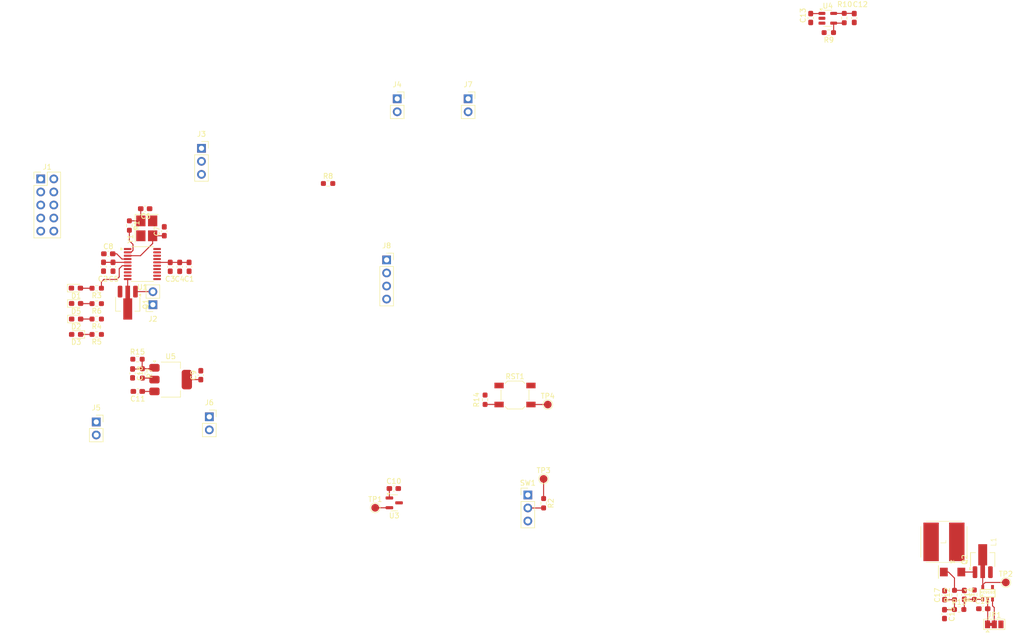
<source format=kicad_pcb>
(kicad_pcb (version 20221018) (generator pcbnew)
  (layers (0 "F.Cu" signal) (31 "B.Cu" signal) (34 "B.Paste" user) (35 "F.Paste" user) (36 "B.SilkS" user "B.Silkscreen") (37 "F.SilkS" user "F.Silkscreen") (38 "B.Mask" user) (39 "F.Mask" user) (44 "Edge.Cuts" user))
  (net 0 "")
  (net 1 "+3.3V")
  (net 2 "GND")
  (net 3 "Net-(C6-Pad1)")
  (net 4 "Net-(U1-PF1)")
  (net 5 "RST")
  (net 6 "+8V")
  (net 7 "Ap15")
  (net 8 "-8V")
  (net 9 "Ap-15")
  (net 10 "Net-(D4-K)")
  (net 11 "Net-(XC9103-FB)")
  (net 12 "+1V8")
  (net 13 "Net-(U5-ADJ)")
  (net 14 "Net-(D1-A)")
  (net 15 "Net-(D2-A)")
  (net 16 "Net-(D3-K)")
  (net 17 "Net-(D4-A)")
  (net 18 "Net-(D5-A)")
  (net 19 "SWDIO{slash}TMS")
  (net 20 "SWCLK{slash}TCLK")
  (net 24 "+15V")
  (net 25 "Net-(J2-Pin_2)")
  (net 26 "-15V")
  (net 27 "RX")
  (net 28 "TX")
  (net 29 "DEMOD")
  (net 30 "Net-(JP1-C)")
  (net 31 "Net-(Q1-G)")
  (net 32 "Net-(Q2-G)")
  (net 33 "Net-(U1-PF0)")
  (net 34 "/BOOT")
  (net 35 "Net-(SW1A-B)")
  (net 36 "LED")
  (net 37 "Net-(U4-BP)")
  (net 38 "TEMP")
  (net 39 "CE-8")
  (footprint "Resistor_SMD:R_0603_1608Metric_Pad0.98x0.95mm_HandSolder" (layer "F.Cu") (at 102.116666 86.20677 180)
    (fp_text reference "R6" (at 0 -1.43) (layer "F.SilkS"))
    (fp_text value "1k")
    (pad "1" smd roundrect (at -0.9125 0 180) (size 0.975 0.95) (layers "F.Cu" "F.Paste" "F.Mask") (net 1 "+3.3V"))
    (pad "2" smd roundrect (at 0.9125 0 180) (size 0.975 0.95) (layers "F.Cu" "F.Paste" "F.Mask") (net 18 "Net-(D5-A)"))
  )
  (footprint "Capacitor_SMD:C_0603_1608Metric_Pad1.08x0.95mm_HandSolder" (layer "F.Cu") (at 116.416884 79.041688 -90)
    (fp_text reference "C3" (at 2.374935 0.000261 -180) (layer "F.SilkS"))
    (fp_text value "100nF")
    (pad "1" smd roundrect (at -0.8625 0 270) (size 1.075 0.95) (layers "F.Cu" "F.Paste" "F.Mask") (net 1 "+3.3V"))
    (pad "2" smd roundrect (at 0.8625 0 270) (size 1.075 0.95) (layers "F.Cu" "F.Paste" "F.Mask") (net 2 "GND"))
  )
  (footprint "Resistor_SMD:R_0603_1608Metric_Pad0.98x0.95mm_HandSolder" (layer "F.Cu") (at 110.050001 97.024869)
    (fp_text reference "R15" (at 0 -1.43) (layer "F.SilkS"))
    (fp_text value "1.1k")
    (pad "1" smd roundrect (at -0.9125 0) (size 0.975 0.95) (layers "F.Cu" "F.Paste" "F.Mask") (net 2 "GND"))
    (pad "2" smd roundrect (at 0.9125 0) (size 0.975 0.95) (layers "F.Cu" "F.Paste" "F.Mask") (net 13 "Net-(U5-ADJ)"))
  )
  (footprint "Resistor_SMD:R_0603_1608Metric_Pad0.98x0.95mm_HandSolder" (layer "F.Cu") (at 102.116666 92.20677 180)
    (fp_text reference "R5" (at 0 -1.43) (layer "F.SilkS"))
    (fp_text value "2.4k")
    (pad "1" smd roundrect (at -0.9125 0 180) (size 0.975 0.95) (layers "F.Cu" "F.Paste" "F.Mask") (net 8 "-8V"))
    (pad "2" smd roundrect (at 0.9125 0 180) (size 0.975 0.95) (layers "F.Cu" "F.Paste" "F.Mask") (net 16 "Net-(D3-K)"))
  )
  (footprint "footprints:8.1_mm_x_7.3_mm_x_5.3_mm_Inductance" (layer "F.Cu") (at 266.459725 132.599306 90)
    (fp_text reference "L1" (at 0 10.16 90 unlocked) (layer "F.SilkS") (effects (font (thickness 0.1))))
    (fp_text value "10uH")
    (fp_text user "L" (at -0.5 1 90 unlocked) (layer "F.SilkS") (effects (font (thickness 0.1)) (justify left bottom)))
    (pad "1" smd rect (at 0 -2 90) (size 7.5 3) (layers "F.Cu" "F.Paste" "F.Mask") (net 12 "+1V8"))
    (pad "2" smd rect (at 0 3 90) (size 7.5 3) (layers "F.Cu" "F.Paste" "F.Mask") (net 17 "Net-(D4-A)"))
  )
  (footprint "Diode_SMD:D_0603_1608Metric_Pad1.05x0.95mm_HandSolder" (layer "F.Cu") (at 98.116666 92.20677 180)
    (fp_text reference "D3" (at -0.009113 -1.5) (layer "F.SilkS"))
    (fp_text value "LED")
    (pad "1" smd roundrect (at -0.875 0 180) (size 1.05 0.95) (layers "F.Cu" "F.Paste" "F.Mask") (net 16 "Net-(D3-K)"))
    (pad "2" smd roundrect (at 0.875 0 180) (size 1.05 0.95) (layers "F.Cu" "F.Paste" "F.Mask") (net 2 "GND"))
  )
  (footprint "Package_TO_SOT_SMD:SOT-23-5" (layer "F.Cu") (at 244.3625 30.64375)
    (fp_text reference "U4" (at 0 -2.4) (layer "F.SilkS"))
    (fp_text value "MIC5271")
    (pad "1" smd roundrect (at -1.1375 -0.95) (size 1.325 0.6) (layers "F.Cu" "F.Paste" "F.Mask") (net 9 "Ap-15"))
    (pad "2" smd roundrect (at -1.1375 0) (size 1.325 0.6) (layers "F.Cu" "F.Paste" "F.Mask") (net 2 "GND"))
    (pad "3" smd roundrect (at -1.1375 0.95) (size 1.325 0.6) (layers "F.Cu" "F.Paste" "F.Mask") (net 39 "CE-8"))
    (pad "4" smd roundrect (at 1.1375 0.95) (size 1.325 0.6) (layers "F.Cu" "F.Paste" "F.Mask") (net 37 "Net-(U4-BP)"))
    (pad "5" smd roundrect (at 1.1375 -0.95) (size 1.325 0.6) (layers "F.Cu" "F.Paste" "F.Mask") (net 8 "-8V"))
  )
  (footprint "Capacitor_SMD:C_0603_1608Metric_Pad1.08x0.95mm_HandSolder" (layer "F.Cu") (at 270.924408 142.926287 -90)
    (fp_text reference "C14" (at 0 -1.43 90) (layer "F.SilkS"))
    (fp_text value "47pF")
    (pad "1" smd roundrect (at -0.8625 0 270) (size 1.075 0.95) (layers "F.Cu" "F.Paste" "F.Mask") (net 10 "Net-(D4-K)"))
    (pad "2" smd roundrect (at 0.8625 0 270) (size 1.075 0.95) (layers "F.Cu" "F.Paste" "F.Mask") (net 11 "Net-(XC9103-FB)"))
  )
  (footprint "Connector_PinSocket_2.54mm:PinSocket_1x03_P2.54mm_Vertical" (layer "F.Cu") (at 122.5 55.96)
    (fp_text reference "J3" (at 0 -2.77) (layer "F.SilkS"))
    (fp_text value "Conn_15_-15")
    (pad "1" thru_hole rect (at 0 0) (size 1.7 1.7) (drill 1) (layers "*.Cu" "*.Mask") (net 24 "+15V"))
    (pad "2" thru_hole oval (at 0 2.54) (size 1.7 1.7) (drill 1) (layers "*.Cu" "*.Mask") (net 26 "-15V"))
    (pad "3" thru_hole oval (at 0 5.08) (size 1.7 1.7) (drill 1) (layers "*.Cu" "*.Mask") (net 2 "GND"))
  )
  (footprint "Crystal:Crystal_SMD_3225-4Pin_3.2x2.5mm_HandSoldering" (layer "F.Cu") (at 111.85 71.55 -90)
    (fp_text reference "Y1" (at 2.05 3.15 90) (layer "F.SilkS"))
    (fp_text value "Crystal")
    (pad "1" smd rect (at -1.45 1.15 270) (size 2.1 1.8) (layers "F.Cu" "F.Paste" "F.Mask") (net 3 "Net-(C6-Pad1)"))
    (pad "2" smd rect (at 1.45 1.15 270) (size 2.1 1.8) (layers "F.Cu" "F.Paste" "F.Mask") (net 2 "GND"))
    (pad "3" smd rect (at 1.45 -1.15 270) (size 2.1 1.8) (layers "F.Cu" "F.Paste" "F.Mask") (net 4 "Net-(U1-PF1)"))
    (pad "4" smd rect (at -1.45 -1.15 270) (size 2.1 1.8) (layers "F.Cu" "F.Paste" "F.Mask") (net 2 "GND"))
  )
  (footprint "Package_TO_SOT_SMD:SOT-223-3_TabPin2" (layer "F.Cu") (at 116.5 101)
    (fp_text reference "U5" (at 0 -4.5) (layer "F.SilkS"))
    (fp_text value "LM1117")
    (pad "1" smd roundrect (at -3.15 -2.3) (size 2 1.5) (layers "F.Cu" "F.Paste" "F.Mask") (net 13 "Net-(U5-ADJ)"))
    (pad "2" smd roundrect (at -3.15 0) (size 2 1.5) (layers "F.Cu" "F.Paste" "F.Mask") (net 6 "+8V"))
    (pad "2" smd roundrect (at 3.15 0) (size 2 3.8) (layers "F.Cu" "F.Paste" "F.Mask") (net 6 "+8V"))
    (pad "3" smd roundrect (at -3.15 2.3) (size 2 1.5) (layers "F.Cu" "F.Paste" "F.Mask") (net 7 "Ap15"))
  )
  (footprint "Connector_PinHeader_2.54mm:PinHeader_1x03_P2.54mm_Vertical" (layer "F.Cu") (at 186 123.46)
    (fp_text reference "SW1" (at 0 -2.33) (layer "F.SilkS"))
    (fp_text value "SW_DPDT_x2")
    (pad "1" thru_hole rect (at 0 0) (size 1.7 1.7) (drill 1) (layers "*.Cu" "*.Mask") (net 1 "+3.3V"))
    (pad "2" thru_hole oval (at 0 2.54) (size 1.7 1.7) (drill 1) (layers "*.Cu" "*.Mask") (net 35 "Net-(SW1A-B)"))
    (pad "3" thru_hole oval (at 0 5.08) (size 1.7 1.7) (drill 1) (layers "*.Cu" "*.Mask") (net 2 "GND"))
  )
  (footprint "Jumper:SolderJumper-3_P1.3mm_Bridged12_Pad1.0x1.5mm" (layer "F.Cu") (at 276.75199 148.661799)
    (fp_text reference "JP1" (at 0 -1.8) (layer "F.SilkS"))
    (fp_text value "SolderJumper")
    (fp_poly (pts (xy -0.9 -0.3) (xy -0.4 -0.3) (xy -0.4 0.3) (xy -0.9 0.3)) (fill solid) (layer "F.Cu"))
    (pad "1" smd rect (at -1.3 0) (size 1 1.5) (layers "F.Cu" "F.Mask") (net 12 "+1V8"))
    (pad "2" smd rect (at 0 0) (size 1 1.5) (layers "F.Cu" "F.Mask") (net 30 "Net-(JP1-C)"))
    (pad "3" smd rect (at 1.3 0) (size 1 1.5) (layers "F.Cu" "F.Mask") (net 2 "GND"))
  )
  (footprint "Resistor_SMD:R_0603_1608Metric_Pad0.98x0.95mm_HandSolder" (layer "F.Cu") (at 244.56 33.43375 180)
    (fp_text reference "R9" (at 0 -1.43) (layer "F.SilkS"))
    (fp_text value "1k")
    (pad "1" smd roundrect (at -0.9125 0 180) (size 0.975 0.95) (layers "F.Cu" "F.Paste" "F.Mask") (net 37 "Net-(U4-BP)"))
    (pad "2" smd roundrect (at 0.9125 0 180) (size 0.975 0.95) (layers "F.Cu" "F.Paste" "F.Mask") (net 2 "GND"))
  )
  (footprint "Resistor_SMD:R_0603_1608Metric_Pad0.98x0.95mm_HandSolder" (layer "F.Cu") (at 189.069192 125.075022 -90)
    (fp_text reference "R2" (at 0 -1.43 90) (layer "F.SilkS"))
    (fp_text value "10k")
    (pad "1" smd roundrect (at -0.9125 0 270) (size 0.975 0.95) (layers "F.Cu" "F.Paste" "F.Mask") (net 34 "/BOOT"))
    (pad "2" smd roundrect (at 0.9125 0 270) (size 0.975 0.95) (layers "F.Cu" "F.Paste" "F.Mask") (net 35 "Net-(SW1A-B)"))
  )
  (footprint "Resistor_SMD:R_0603_1608Metric_Pad0.98x0.95mm_HandSolder" (layer "F.Cu") (at 269.009726 142.9493 90)
    (fp_text reference "R12" (at 0 -1.43 90) (layer "F.SilkS"))
    (fp_text value "0.1")
    (pad "1" smd roundrect (at -0.9125 0 90) (size 0.975 0.95) (layers "F.Cu" "F.Paste" "F.Mask") (net 1 "+3.3V"))
    (pad "2" smd roundrect (at 0.9125 0 90) (size 0.975 0.95) (layers "F.Cu" "F.Paste" "F.Mask") (net 10 "Net-(D4-K)"))
  )
  (footprint "Capacitor_SMD:C_0603_1608Metric_Pad1.08x0.95mm_HandSolder" (layer "F.Cu") (at 159.921834 122.211047)
    (fp_text reference "C10" (at 0 -1.43) (layer "F.SilkS"))
    (fp_text value "100nF")
    (pad "1" smd roundrect (at -0.8625 0) (size 1.075 0.95) (layers "F.Cu" "F.Paste" "F.Mask") (net 1 "+3.3V"))
    (pad "2" smd roundrect (at 0.8625 0) (size 1.075 0.95) (layers "F.Cu" "F.Paste" "F.Mask") (net 2 "GND"))
  )
  (footprint "Diode_SMD:D_0603_1608Metric_Pad1.05x0.95mm_HandSolder" (layer "F.Cu") (at 98.103644 86.17877)
    (fp_text reference "D5" (at 0 1.528) (layer "F.SilkS"))
    (fp_text value "LED")
    (pad "1" smd roundrect (at -0.875 0) (size 1.05 0.95) (layers "F.Cu" "F.Paste" "F.Mask") (net 2 "GND"))
    (pad "2" smd roundrect (at 0.875 0) (size 1.05 0.95) (layers "F.Cu" "F.Paste" "F.Mask") (net 18 "Net-(D5-A)"))
  )
  (footprint "Capacitor_SMD:C_0603_1608Metric_Pad1.08x0.95mm_HandSolder" (layer "F.Cu") (at 103.440679 79.024318 -90)
    (fp_text reference "C2" (at 2.369022 0.106254 -180) (layer "F.SilkS"))
    (fp_text value "1uF")
    (pad "1" smd roundrect (at -0.8625 0 270) (size 1.075 0.95) (layers "F.Cu" "F.Paste" "F.Mask") (net 1 "+3.3V"))
    (pad "2" smd roundrect (at 0.8625 0 270) (size 1.075 0.95) (layers "F.Cu" "F.Paste" "F.Mask") (net 2 "GND"))
  )
  (footprint "Capacitor_SMD:C_0603_1608Metric_Pad1.08x0.95mm_HandSolder" (layer "F.Cu") (at 120.088326 79.039152 -90)
    (fp_text reference "C1" (at 2.356626 -0.002092 -180) (layer "F.SilkS"))
    (fp_text value "100nF")
    (pad "1" smd roundrect (at -0.8625 0 270) (size 1.075 0.95) (layers "F.Cu" "F.Paste" "F.Mask") (net 1 "+3.3V"))
    (pad "2" smd roundrect (at 0.8625 0 270) (size 1.075 0.95) (layers "F.Cu" "F.Paste" "F.Mask") (net 2 "GND"))
  )
  (footprint "Resistor_SMD:R_0603_1608Metric_Pad0.98x0.95mm_HandSolder" (layer "F.Cu") (at 147.1325 62.815)
    (fp_text reference "R8" (at 0 -1.43) (layer "F.SilkS"))
    (fp_text value "10k")
    (pad "1" smd roundrect (at -0.9125 0) (size 0.975 0.95) (layers "F.Cu" "F.Paste" "F.Mask") (net 31 "Net-(Q1-G)"))
    (pad "2" smd roundrect (at 0.9125 0) (size 0.975 0.95) (layers "F.Cu" "F.Paste" "F.Mask") (net 2 "GND"))
  )
  (footprint "Capacitor_SMD:C_0603_1608Metric_Pad1.08x0.95mm_HandSolder" (layer "F.Cu") (at 105.285394 79.027792 -90)
    (fp_text reference "C5" (at 2.389681 -0.135714 -180) (layer "F.SilkS"))
    (fp_text value "10nF")
    (pad "1" smd roundrect (at -0.8625 0 270) (size 1.075 0.95) (layers "F.Cu" "F.Paste" "F.Mask") (net 1 "+3.3V"))
    (pad "2" smd roundrect (at 0.8625 0 270) (size 1.075 0.95) (layers "F.Cu" "F.Paste" "F.Mask") (net 2 "GND"))
  )
  (footprint "Resistor_SMD:R_0603_1608Metric_Pad0.98x0.95mm_HandSolder" (layer "F.Cu") (at 272.874903 142.888589 90)
    (fp_text reference "R11" (at 0 -1.43 90) (layer "F.SilkS"))
    (fp_text value "47k")
    (pad "1" smd roundrect (at -0.9125 0 90) (size 0.975 0.95) (layers "F.Cu" "F.Paste" "F.Mask") (net 11 "Net-(XC9103-FB)"))
    (pad "2" smd roundrect (at 0.9125 0 90) (size 0.975 0.95) (layers "F.Cu" "F.Paste" "F.Mask") (net 2 "GND"))
  )
  (footprint "Capacitor_SMD:C_0603_1608Metric_Pad1.08x0.95mm_HandSolder" (layer "F.Cu") (at 267.090675 142.974901 90)
    (fp_text reference "C17" (at 0 -1.43 90) (layer "F.SilkS"))
    (fp_text value "10uF")
    (pad "1" smd roundrect (at -0.8625 0 90) (size 1.075 0.95) (layers "F.Cu" "F.Paste" "F.Mask") (net 1 "+3.3V"))
    (pad "2" smd roundrect (at 0.8625 0 90) (size 1.075 0.95) (layers "F.Cu" "F.Paste" "F.Mask") (net 2 "GND"))
  )
  (footprint "Capacitor_SMD:C_0603_1608Metric_Pad1.08x0.95mm_HandSolder" (layer "F.Cu") (at 249.509371 30.594228 -90)
    (fp_text reference "C12" (at -2.652347 -1.173673 -180) (layer "F.SilkS"))
    (fp_text value "10uF")
    (pad "1" smd roundrect (at -0.8625 0 270) (size 1.075 0.95) (layers "F.Cu" "F.Paste" "F.Mask") (net 8 "-8V"))
    (pad "2" smd roundrect (at 0.8625 0 270) (size 1.075 0.95) (layers "F.Cu" "F.Paste" "F.Mask") (net 2 "GND"))
  )
  (footprint "Capacitor_SMD:C_0603_1608Metric_Pad1.08x0.95mm_HandSolder" (layer "F.Cu") (at 122.369312 100.140477 90)
    (fp_text reference "C9" (at 0 -1.43 90) (layer "F.SilkS"))
    (fp_text value "10uF")
    (pad "1" smd roundrect (at -0.8625 0 90) (size 1.075 0.95) (layers "F.Cu" "F.Paste" "F.Mask") (net 6 "+8V"))
    (pad "2" smd roundrect (at 0.8625 0 90) (size 1.075 0.95) (layers "F.Cu" "F.Paste" "F.Mask") (net 2 "GND"))
  )
  (footprint "footprints:SOT25" (layer "F.Cu") (at 275.459725 142.599306)
    (fp_text reference "XC9103" (at 0 -0.18) (layer "F.SilkS") (effects (font (size 0.4 0.5) (thickness 0.1))))
    (fp_text value "~" hide)
    (pad "1" smd rect (at -0.95 1.2) (size 0.55 0.8) (layers "F.Cu" "F.Paste" "F.Mask") (net 11 "Net-(XC9103-FB)"))
    (pad "2" smd rect (at 0 1.2) (size 0.55 0.8) (layers "F.Cu" "F.Paste" "F.Mask") (net 12 "+1V8"))
    (pad "3" smd rect (at 0.95 1.2) (size 0.55 0.8) (layers "F.Cu" "F.Paste" "F.Mask") (net 30 "Net-(JP1-C)"))
    (pad "4" smd rect (at 0.95 -1.2) (size 0.55 0.8) (layers "F.Cu" "F.Paste" "F.Mask") (net 2 "GND"))
    (pad "5" smd rect (at -0.95 -1.2) (size 0.55 0.8) (layers "F.Cu" "F.Paste" "F.Mask") (net 32 "Net-(Q2-G)"))
  )
  (footprint "Capacitor_SMD:C_0603_1608Metric_Pad1.08x0.95mm_HandSolder" (layer "F.Cu") (at 241.037825 30.592215 -90)
    (fp_text reference "C13" (at -0.5 1.5 90) (layer "F.SilkS"))
    (fp_text value "1uF")
    (pad "1" smd roundrect (at -0.8625 0 270) (size 1.075 0.95) (layers "F.Cu" "F.Paste" "F.Mask") (net 9 "Ap-15"))
    (pad "2" smd roundrect (at 0.8625 0 270) (size 1.075 0.95) (layers "F.Cu" "F.Paste" "F.Mask") (net 2 "GND"))
  )
  (footprint "Capacitor_SMD:C_0603_1608Metric_Pad1.08x0.95mm_HandSolder" (layer "F.Cu") (at 109.093251 99.796428 -90)
    (fp_text reference "C18" (at 0 -1.43 90) (layer "F.SilkS"))
    (fp_text value "10uF")
    (pad "1" smd roundrect (at -0.8625 0 270) (size 1.075 0.95) (layers "F.Cu" "F.Paste" "F.Mask") (net 13 "Net-(U5-ADJ)"))
    (pad "2" smd roundrect (at 0.8625 0 270) (size 1.075 0.95) (layers "F.Cu" "F.Paste" "F.Mask") (net 2 "GND"))
  )
  (footprint "Resistor_SMD:R_0603_1608Metric_Pad0.98x0.95mm_HandSolder" (layer "F.Cu") (at 269.920991 145.768443)
    (fp_text reference "R13" (at 0 -1.43) (layer "F.SilkS"))
    (fp_text value "120k")
    (pad "1" smd roundrect (at -0.9125 0) (size 0.975 0.95) (layers "F.Cu" "F.Paste" "F.Mask") (net 1 "+3.3V"))
    (pad "2" smd roundrect (at 0.9125 0) (size 0.975 0.95) (layers "F.Cu" "F.Paste" "F.Mask") (net 11 "Net-(XC9103-FB)"))
  )
  (footprint "Connector_PinSocket_2.54mm:PinSocket_1x02_P2.54mm_Vertical" (layer "F.Cu") (at 102.025 109.25)
    (fp_text reference "J5" (at 0 -2.77) (layer "F.SilkS"))
    (fp_text value "Probe_15")
    (pad "1" thru_hole rect (at 0 0) (size 1.7 1.7) (drill 1) (layers "*.Cu" "*.Mask") (net 24 "+15V"))
    (pad "2" thru_hole oval (at 0 2.54) (size 1.7 1.7) (drill 1) (layers "*.Cu" "*.Mask") (net 7 "Ap15"))
  )
  (footprint "Resistor_SMD:R_0603_1608Metric_Pad0.98x0.95mm_HandSolder" (layer "F.Cu") (at 177.677508 104.924823 -90)
    (fp_text reference "R14" (at 0 1.677508 90) (layer "F.SilkS"))
    (fp_text value "10k")
    (pad "1" smd roundrect (at -0.9125 0 270) (size 0.975 0.95) (layers "F.Cu" "F.Paste" "F.Mask") (net 1 "+3.3V"))
    (pad "2" smd roundrect (at 0.9125 0 270) (size 0.975 0.95) (layers "F.Cu" "F.Paste" "F.Mask") (net 5 "RST"))
  )
  (footprint "TestPoint:TestPoint_Pad_D1.5mm" (layer "F.Cu") (at 189.876645 105.859329)
    (fp_text reference "TP4" (at 0 -1.648) (layer "F.SilkS"))
    (fp_text value "TestPoint")
    (pad "1" smd circle (at 0 0) (size 1.5 1.5) (layers "F.Cu" "F.Mask") (net 5 "RST"))
  )
  (footprint "TestPoint:TestPoint_Pad_D1.5mm" (layer "F.Cu") (at 156.303019 125.958858)
    (fp_text reference "TP1" (at 0 -1.648) (layer "F.SilkS"))
    (fp_text value "TestPoint")
    (pad "1" smd circle (at 0 0) (size 1.5 1.5) (layers "F.Cu" "F.Mask") (net 38 "TEMP"))
  )
  (footprint "Package_TO_SOT_SMD:SOT-89-3_Handsoldering" (layer "F.Cu") (at 274.5 136.05 90)
    (fp_text reference "Q2" (at 0 -3.5 90) (layer "F.SilkS"))
    (fp_text value "NMOS")
    (pad "1" smd roundrect (at -2.45 -1.5 90) (size 2.3 0.9) (layers "F.Cu" "F.Paste" "F.Mask") (net 17 "Net-(D4-A)"))
    (pad "2" smd custom (at -2.3625 0 90) (size 2.475 0.9) (layers "F.Cu" "F.Paste" "F.Mask") (net 32 "Net-(Q2-G)") (options (clearance outline) (anchor rect)) (primitives (gr_poly (pts (xy 5.3625 0.8665) (xy 1.2375 0.8665) (xy 1.2375 -0.8665) (xy 5.3625 -0.8665)) (width 0) (fill yes))))
    (pad "3" smd roundrect (at -2.45 1.5 90) (size 2.3 0.9) (layers "F.Cu" "F.Paste" "F.Mask") (net 2 "GND"))
  )
  (footprint "Package_TO_SOT_SMD:SOT-89-3_Handsoldering" (layer "F.Cu") (at 108.151736 86.315625 -90)
    (fp_text reference "Q1" (at 0 -3.5 90) (layer "F.SilkS"))
    (fp_text value "NMOS")
    (pad "1" smd roundrect (at -2.45 -1.5 270) (size 2.3 0.9) (layers "F.Cu" "F.Paste" "F.Mask") (net 25 "Net-(J2-Pin_2)"))
    (pad "2" smd custom (at -2.3625 0 270) (size 2.475 0.9) (layers "F.Cu" "F.Paste" "F.Mask") (net 31 "Net-(Q1-G)") (options (clearance outline) (anchor rect)) (primitives (gr_poly (pts (xy 5.3625 0.8665) (xy 1.2375 0.8665) (xy 1.2375 -0.8665) (xy 5.3625 -0.8665)) (width 0) (fill yes))))
    (pad "3" smd roundrect (at -2.45 1.5 270) (size 2.3 0.9) (layers "F.Cu" "F.Paste" "F.Mask") (net 2 "GND"))
  )
  (footprint "Capacitor_SMD:C_0603_1608Metric_Pad1.08x0.95mm_HandSolder" (layer "F.Cu") (at 111.542918 67.72512)
    (fp_text reference "C6" (at 0.097618 1.450598) (layer "F.SilkS"))
    (fp_text value "10pF")
    (pad "1" smd roundrect (at -0.8625 0) (size 1.075 0.95) (layers "F.Cu" "F.Paste" "F.Mask") (net 3 "Net-(C6-Pad1)"))
    (pad "2" smd roundrect (at 0.8625 0) (size 1.075 0.95) (layers "F.Cu" "F.Paste" "F.Mask") (net 2 "GND"))
  )
  (footprint "Connector_PinSocket_2.54mm:PinSocket_1x02_P2.54mm_Vertical" (layer "F.Cu") (at 124.025 108.25)
    (fp_text reference "J6" (at 0 -2.77) (layer "F.SilkS"))
    (fp_text value "Probe_-15")
    (pad "1" thru_hole rect (at 0 0) (size 1.7 1.7) (drill 1) (layers "*.Cu" "*.Mask") (net 26 "-15V"))
    (pad "2" thru_hole oval (at 0 2.54) (size 1.7 1.7) (drill 1) (layers "*.Cu" "*.Mask") (net 9 "Ap-15"))
  )
  (footprint "Connector_PinSocket_2.54mm:PinSocket_1x02_P2.54mm_Vertical" (layer "F.Cu") (at 113.049306 86.425928 180)
    (fp_text reference "J2" (at 0 -2.77) (layer "F.SilkS"))
    (fp_text value "Résistance chauffante")
    (pad "1" thru_hole rect (at 0 0 180) (size 1.7 1.7) (drill 1) (layers "*.Cu" "*.Mask") (net 24 "+15V"))
    (pad "2" thru_hole oval (at 0 2.54 180) (size 1.7 1.7) (drill 1) (layers "*.Cu" "*.Mask") (net 25 "Net-(J2-Pin_2)"))
  )
  (footprint "Connector_PinHeader_2.54mm:PinHeader_2x05_P2.54mm_Vertical" (layer "F.Cu") (at 91.225 61.925)
    (fp_text reference "J1" (at 1.27 -2.33) (layer "F.SilkS"))
    (fp_text value "Conn_ARM_JTAG_SWD_10")
    (pad "1" thru_hole rect (at 0 0) (size 1.7 1.7) (drill 1) (layers "*.Cu" "*.Mask") (net 1 "+3.3V"))
    (pad "2" thru_hole oval (at 2.54 0) (size 1.7 1.7) (drill 1) (layers "*.Cu" "*.Mask") (net 19 "SWDIO{slash}TMS"))
    (pad "3" thru_hole oval (at 0 2.54) (size 1.7 1.7) (drill 1) (layers "*.Cu" "*.Mask") (net 2 "GND"))
    (pad "4" thru_hole oval (at 2.54 2.54) (size 1.7 1.7) (drill 1) (layers "*.Cu" "*.Mask") (net 20 "SWCLK{slash}TCLK"))
    (pad "5" thru_hole oval (at 0 5.08) (size 1.7 1.7) (drill 1) (layers "*.Cu" "*.Mask") (net 2 "GND"))
    (pad "6" thru_hole oval (at 2.54 5.08) (size 1.7 1.7) (drill 1) (layers "*.Cu" "*.Mask"))
    (pad "7" thru_hole oval (at 0 7.62) (size 1.7 1.7) (drill 1) (layers "*.Cu" "*.Mask"))
    (pad "8" thru_hole oval (at 2.54 7.62) (size 1.7 1.7) (drill 1) (layers "*.Cu" "*.Mask"))
    (pad "9" thru_hole oval (at 0 10.16) (size 1.7 1.7) (drill 1) (layers "*.Cu" "*.Mask") (net 2 "GND"))
    (pad "10" thru_hole oval (at 2.54 10.16) (size 1.7 1.7) (drill 1) (layers "*.Cu" "*.Mask") (net 5 "RST"))
  )
  (footprint "TestPoint:TestPoint_Pad_D1.5mm" (layer "F.Cu") (at 189.063823 120.340595)
    (fp_text reference "TP3" (at 0 -1.648) (layer "F.SilkS"))
    (fp_text value "TestPoint")
    (pad "1" smd circle (at 0 0) (size 1.5 1.5) (layers "F.Cu" "F.Mask") (net 34 "/BOOT"))
  )
  (footprint "Diode_SMD:D_0603_1608Metric_Pad1.05x0.95mm_HandSolder" (layer "F.Cu") (at 98.070441 83.190499)
    (fp_text reference "D1" (at 0.046225 1.516271) (layer "F.SilkS"))
    (fp_text value "LED")
    (pad "1" smd roundrect (at -0.875 0) (size 1.05 0.95) (layers "F.Cu" "F.Paste" "F.Mask") (net 2 "GND"))
    (pad "2" smd roundrect (at 0.875 0) (size 1.05 0.95) (layers "F.Cu" "F.Paste" "F.Mask") (net 14 "Net-(D1-A)"))
  )
  (footprint "Capacitor_SMD:C_0603_1608Metric_Pad1.08x0.95mm_HandSolder" (layer "F.Cu") (at 274.614493 145.619543 180)
    (fp_text reference "C16" (at 0.145767 1.494974) (layer "F.SilkS"))
    (fp_text value "10uF")
    (pad "1" smd roundrect (at -0.8625 0 180) (size 1.075 0.95) (layers "F.Cu" "F.Paste" "F.Mask") (net 12 "+1V8"))
    (pad "2" smd roundrect (at 0.8625 0 180) (size 1.075 0.95) (layers "F.Cu" "F.Paste" "F.Mask") (net 2 "GND"))
  )
  (footprint "Diode_SMD:D_0603_1608Metric_Pad1.05x0.95mm_HandSolder" (layer "F.Cu") (at 98.116666 89.20677)
    (fp_text reference "D2" (at 0 1.5) (layer "F.SilkS"))
    (fp_text value "LED")
    (pad "1" smd roundrect (at -0.875 0) (size 1.05 0.95) (layers "F.Cu" "F.Paste" "F.Mask") (net 2 "GND"))
    (pad "2" smd roundrect (at 0.875 0) (size 1.05 0.95) (layers "F.Cu" "F.Paste" "F.Mask") (net 15 "Net-(D2-A)"))
  )
  (footprint "Capacitor_SMD:C_0603_1608Metric_Pad1.08x0.95mm_HandSolder" (layer "F.Cu") (at 104.369443 76.507539)
    (fp_text reference "C8" (at 0 -1.43) (layer "F.SilkS"))
    (fp_text value "0.1µF")
    (pad "1" smd roundrect (at -0.8625 0) (size 1.075 0.95) (layers "F.Cu" "F.Paste" "F.Mask") (net 2 "GND"))
    (pad "2" smd roundrect (at 0.8625 0) (size 1.075 0.95) (layers "F.Cu" "F.Paste" "F.Mask") (net 5 "RST"))
  )
  (footprint "Resistor_SMD:R_0603_1608Metric_Pad0.98x0.95mm_HandSolder" (layer "F.Cu") (at 102.116666 89.20677 180)
    (fp_text reference "R4" (at 0 -1.43) (layer "F.SilkS"))
    (fp_text value "2.4k")
    (pad "1" smd roundrect (at -0.9125 0 180) (size 0.975 0.95) (layers "F.Cu" "F.Paste" "F.Mask") (net 6 "+8V"))
    (pad "2" smd roundrect (at 0.9125 0 180) (size 0.975 0.95) (layers "F.Cu" "F.Paste" "F.Mask") (net 15 "Net-(D2-A)"))
  )
  (footprint "Resistor_SMD:R_0603_1608Metric_Pad0.98x0.95mm_HandSolder" (layer "F.Cu") (at 247.56 30.600825 -90)
    (fp_text reference "R10" (at -2.667075 -0.088371 -180) (layer "F.SilkS"))
    (fp_text value "5.6k")
    (pad "1" smd roundrect (at -0.9125 0 270) (size 0.975 0.95) (layers "F.Cu" "F.Paste" "F.Mask") (net 8 "-8V"))
    (pad "2" smd roundrect (at 0.9125 0 270) (size 0.975 0.95) (layers "F.Cu" "F.Paste" "F.Mask") (net 37 "Net-(U4-BP)"))
  )
  (footprint "Capacitor_SMD:C_0603_1608Metric_Pad1.08x0.95mm_HandSolder" (layer "F.Cu") (at 267.065899 146.66906 -90)
    (fp_text reference "C15" (at 0 -1.43 90) (layer "F.SilkS"))
    (fp_text value "10uF")
    (pad "1" smd roundrect (at -0.8625 0 270) (size 1.075 0.95) (layers "F.Cu" "F.Paste" "F.Mask") (net 1 "+3.3V"))
    (pad "2" smd roundrect (at 0.8625 0 270) (size 1.075 0.95) (layers "F.Cu" "F.Paste" "F.Mask") (net 2 "GND"))
  )
  (footprint "Capacitor_SMD:C_0603_1608Metric_Pad1.08x0.95mm_HandSolder" (layer "F.Cu") (at 115.260699 72.116993 90)
    (fp_text reference "C7" (at 0 -1.43 90) (layer "F.SilkS"))
    (fp_text value "10pF")
    (pad "1" smd roundrect (at -0.8625 0 90) (size 1.075 0.95) (layers "F.Cu" "F.Paste" "F.Mask") (net 4 "Net-(U1-PF1)"))
    (pad "2" smd roundrect (at 0.8625 0 90) (size 1.075 0.95) (layers "F.Cu" "F.Paste" "F.Mask") (net 2 "GND"))
  )
  (footprint "TestPoint:TestPoint_Pad_D1.5mm" (layer "F.Cu") (at 279 140.5)
    (fp_text reference "TP2" (at 0 -1.648) (layer "F.SilkS"))
    (fp_text value "TestPoint")
    (pad "1" smd circle (at 0 0) (size 1.5 1.5) (layers "F.Cu" "F.Mask") (net 32 "Net-(Q2-G)"))
  )
  (footprint "Resistor_SMD:R_0603_1608Metric_Pad0.98x0.95mm_HandSolder" (layer "F.Cu") (at 102.116666 83.20677 180)
    (fp_text reference "R3" (at 0 -1.43) (layer "F.SilkS"))
    (fp_text value "1k")
    (pad "1" smd roundrect (at -0.9125 0 180) (size 0.975 0.95) (layers "F.Cu" "F.Paste" "F.Mask") (net 36 "LED"))
    (pad "2" smd roundrect (at 0.9125 0 180) (size 0.975 0.95) (layers "F.Cu" "F.Paste" "F.Mask") (net 14 "Net-(D1-A)"))
  )
  (footprint "Resistor_SMD:R_0603_1608Metric_Pad0.98x0.95mm_HandSolder" (layer "F.Cu") (at 108.469612 71.001392 -90)
    (fp_text reference "R1" (at 0 -1.43 90) (layer "F.SilkS"))
    (fp_text value "390R")
    (pad "1" smd roundrect (at -0.9125 0 270) (size 0.975 0.95) (layers "F.Cu" "F.Paste" "F.Mask") (net 3 "Net-(C6-Pad1)"))
    (pad "2" smd roundrect (at 0.9125 0 270) (size 0.975 0.95) (layers "F.Cu" "F.Paste" "F.Mask") (net 33 "Net-(U1-PF0)"))
  )
  (footprint "Capacitor_SMD:C_0603_1608Metric_Pad1.08x0.95mm_HandSolder" (layer "F.Cu") (at 118.257424 79.046637 -90)
    (fp_text reference "C4" (at 2.369986 -0.003913 -180) (layer "F.SilkS"))
    (fp_text value "4.7uF")
    (pad "1" smd roundrect (at -0.8625 0 270) (size 1.075 0.95) (layers "F.Cu" "F.Paste" "F.Mask") (net 1 "+3.3V"))
    (pad "2" smd roundrect (at 0.8625 0 270) (size 1.075 0.95) (layers "F.Cu" "F.Paste" "F.Mask") (net 2 "GND"))
  )
  (footprint "Connector_PinSocket_2.54mm:PinSocket_1x02_P2.54mm_Vertical" (layer "F.Cu") (at 174.3825 46.315)
    (fp_text reference "J7" (at 0 -2.77) (layer "F.SilkS"))
    (fp_text value "RX_TX")
    (pad "1" thru_hole rect (at 0 0) (size 1.7 1.7) (drill 1) (layers "*.Cu" "*.Mask") (net 27 "RX"))
    (pad "2" thru_hole oval (at 0 2.54) (size 1.7 1.7) (drill 1) (layers "*.Cu" "*.Mask") (net 28 "TX"))
  )
  (footprint "Package_SO:TSSOP-20_4.4x6.5mm_P0.65mm" (layer "F.Cu") (at 111 78.5)
    (fp_text reference "U1" (at 0 4.5) (layer "F.SilkS"))
    (fp_text value "STM32F030F4Px")
    (pad "1" smd roundrect (at -2.8625 -2.925) (size 1.475 0.4) (layers "F.Cu" "F.Paste" "F.Mask") (net 34 "/BOOT"))
    (pad "2" smd roundrect (at -2.8625 -2.275) (size 1.475 0.4) (layers "F.Cu" "F.Paste" "F.Mask") (net 33 "Net-(U1-PF0)"))
    (pad "3" smd roundrect (at -2.8625 -1.625) (size 1.475 0.4) (layers "F.Cu" "F.Paste" "F.Mask") (net 4 "Net-(U1-PF1)"))
    (pad "4" smd roundrect (at -2.8625 -0.975) (size 1.475 0.4) (layers "F.Cu" "F.Paste" "F.Mask") (net 5 "RST"))
    (pad "5" smd roundrect (at -2.8625 -0.325) (size 1.475 0.4) (layers "F.Cu" "F.Paste" "F.Mask") (net 1 "+3.3V"))
    (pad "6" smd roundrect (at -2.8625 0.325) (size 1.475 0.4) (layers "F.Cu" "F.Paste" "F.Mask") (net 36 "LED"))
    (pad "7" smd roundrect (at -2.8625 0.975) (size 1.475 0.4) (layers "F.Cu" "F.Paste" "F.Mask") (net 29 "DEMOD"))
    (pad "8" smd roundrect (at -2.8625 1.625) (size 1.475 0.4) (layers "F.Cu" "F.Paste" "F.Mask") (net 28 "TX"))
    (pad "9" smd roundrect (at -2.8625 2.275) (size 1.475 0.4) (layers "F.Cu" "F.Paste" "F.Mask") (net 27 "RX"))
    (pad "10" smd roundrect (at -2.8625 2.925) (size 1.475 0.4) (layers "F.Cu" "F.Paste" "F.Mask") (net 31 "Net-(Q1-G)"))
    (pad "11" smd roundrect (at 2.8625 2.925) (size 1.475 0.4) (layers "F.Cu" "F.Paste" "F.Mask") (net 38 "TEMP"))
    (pad "12" smd roundrect (at 2.8625 2.275) (size 1.475 0.4) (layers "F.Cu" "F.Paste" "F.Mask") (net 39 "CE-8"))
    (pad "13" smd roundrect (at 2.8625 1.625) (size 1.475 0.4) (layers "F.Cu" "F.Paste" "F.Mask"))
    (pad "14" smd roundrect (at 2.8625 0.975) (size 1.475 0.4) (layers "F.Cu" "F.Paste" "F.Mask"))
    (pad "15" smd roundrect (at 2.8625 0.325) (size 1.475 0.4) (layers "F.Cu" "F.Paste" "F.Mask") (net 2 "GND"))
    (pad "16" smd roundrect (at 2.8625 -0.325) (size 1.475 0.4) (layers "F.Cu" "F.Paste" "F.Mask") (net 1 "+3.3V"))
    (pad "17" smd roundrect (at 2.8625 -0.975) (size 1.475 0.4) (layers "F.Cu" "F.Paste" "F.Mask"))
    (pad "18" smd roundrect (at 2.8625 -1.625) (size 1.475 0.4) (layers "F.Cu" "F.Paste" "F.Mask"))
    (pad "19" smd roundrect (at 2.8625 -2.275) (size 1.475 0.4) (layers "F.Cu" "F.Paste" "F.Mask") (net 19 "SWDIO{slash}TMS"))
    (pad "20" smd roundrect (at 2.8625 -2.925) (size 1.475 0.4) (layers "F.Cu" "F.Paste" "F.Mask") (net 20 "SWCLK{slash}TCLK"))
  )
  (footprint "Package_TO_SOT_SMD:SOT-23" (layer "F.Cu") (at 160 125)
    (fp_text reference "U3" (at 0 2.5) (layer "F.SilkS"))
    (fp_text value "MCP9700Ax-ETT")
    (pad "1" smd roundrect (at -0.9375 -0.95) (size 1.475 0.6) (layers "F.Cu" "F.Paste" "F.Mask") (net 1 "+3.3V"))
    (pad "2" smd roundrect (at -0.9375 0.95) (size 1.475 0.6) (layers "F.Cu" "F.Paste" "F.Mask") (net 38 "TEMP"))
    (pad "3" smd roundrect (at 0.9375 0) (size 1.475 0.6) (layers "F.Cu" "F.Paste" "F.Mask") (net 2 "GND"))
  )
  (footprint "Resistor_SMD:R_0603_1608Metric_Pad0.98x0.95mm_HandSolder" (layer "F.Cu") (at 111.000788 99.796428 -90)
    (fp_text reference "R7" (at 0 -1.43 90) (layer "F.SilkS"))
    (fp_text value "200")
    (pad "1" smd roundrect (at -0.9125 0 270) (size 0.975 0.95) (layers "F.Cu" "F.Paste" "F.Mask") (net 13 "Net-(U5-ADJ)"))
    (pad "2" smd roundrect (at 0.9125 0 270) (size 0.975 0.95) (layers "F.Cu" "F.Paste" "F.Mask") (net 6 "+8V"))
  )
  (footprint "Button_Switch_SMD:SW_SPST_SKQG_WithStem" (layer "F.Cu") (at 183.5 104)
    (fp_text reference "RST1" (at 0 -3.6) (layer "F.SilkS"))
    (fp_text value "SW_Push")
    (pad "1" smd rect (at -3.1 -1.85) (size 1.8 1.1) (layers "F.Cu" "F.Paste" "F.Mask") (net 2 "GND"))
    (pad "1" smd rect (at 3.1 -1.85) (size 1.8 1.1) (layers "F.Cu" "F.Paste" "F.Mask") (net 2 "GND"))
    (pad "2" smd rect (at -3.1 1.85) (size 1.8 1.1) (layers "F.Cu" "F.Paste" "F.Mask") (net 5 "RST"))
    (pad "2" smd rect (at 3.1 1.85) (size 1.8 1.1) (layers "F.Cu" "F.Paste" "F.Mask") (net 5 "RST"))
  )
  (footprint "Connector_PinSocket_2.54mm:PinSocket_1x02_P2.54mm_Vertical" (layer "F.Cu") (at 160.5825 46.315)
    (fp_text reference "J4" (at 0 -2.77) (layer "F.SilkS"))
    (fp_text value "Conn_1.8")
    (pad "1" thru_hole rect (at 0 0) (size 1.7 1.7) (drill 1) (layers "*.Cu" "*.Mask") (net 12 "+1V8"))
    (pad "2" thru_hole oval (at 0 2.54) (size 1.7 1.7) (drill 1) (layers "*.Cu" "*.Mask") (net 2 "GND"))
  )
  (footprint "Capacitor_SMD:C_0603_1608Metric_Pad1.08x0.95mm_HandSolder" (layer "F.Cu") (at 110.106549 103.304756 180)
    (fp_text reference "C11" (at 0 -1.43) (layer "F.SilkS"))
    (fp_text value "10uF")
    (pad "1" smd roundrect (at -0.8625 0 180) (size 1.075 0.95) (layers "F.Cu" "F.Paste" "F.Mask") (net 7 "Ap15"))
    (pad "2" smd roundrect (at 0.8625 0 180) (size 1.075 0.95) (layers "F.Cu" "F.Paste" "F.Mask") (net 2 "GND"))
  )
  (footprint "footprints:DO-214AC" (layer "F.Cu") (at 268.641823 138.471065)
    (fp_text reference "D4" (at 0 -2) (layer "F.SilkS") (effects (font (size 0.5 0.5) (thickness 0.1))))
    (fp_text value "D_Schottky" hide)
    (pad "1" smd rect (at -1.7 0) (size 1.52 1.68) (layers "F.Cu" "F.Paste" "F.Mask") (net 10 "Net-(D4-K)"))
    (pad "2" smd rect (at 1.7 0) (size 1.52 1.68) (layers "F.Cu" "F.Paste" "F.Mask") (net 17 "Net-(D4-A)"))
  )
  (footprint "Connector_PinSocket_2.54mm:PinSocket_1x04_P2.54mm_Vertical" (layer "F.Cu") (at 158.525 77.7)
    (fp_text reference "J8" (at 0 -2.77) (layer "F.SilkS"))
    (fp_text value "RF")
    (pad "1" thru_hole rect (at 0 0) (size 1.7 1.7) (drill 1) (layers "*.Cu" "*.Mask") (net 6 "+8V"))
    (pad "2" thru_hole oval (at 0 2.54) (size 1.7 1.7) (drill 1) (layers "*.Cu" "*.Mask") (net 8 "-8V"))
    (pad "3" thru_hole oval (at 0 5.08) (size 1.7 1.7) (drill 1) (layers "*.Cu" "*.Mask") (net 29 "DEMOD"))
    (pad "4" thru_hole oval (at 0 7.62) (size 1.7 1.7) (drill 1) (layers "*.Cu" "*.Mask") (net 2 "GND"))
  )
  (segment (start 267.065899 145.80656) (end 268.970374 145.80656) (width 0.2) (layer "F.Cu") (net 1))
  (segment (start 120.080841 78.184137) (end 120.088326 78.176652) (width 0.2) (layer "F.Cu") (net 1))
  (segment (start 113.8625 78.175) (end 116.412696 78.175) (width 0.2) (layer "F.Cu") (net 1))
  (segment (start 268.970374 145.80656) (end 269.008491 145.768443) (width 0.2) (layer "F.Cu") (net 1))
  (segment (start 118.257424 78.184137) (end 120.080841 78.184137) (width 0.2) (layer "F.Cu") (net 1))
  (segment (start 105.295102 78.175) (end 105.285394 78.165292) (width 0.2) (layer "F.Cu") (net 1))
  (segment (start 108.1375 78.175) (end 105.295102 78.175) (width 0.2) (layer "F.Cu") (net 1))
  (segment (start 103.444153 78.165292) (end 103.440679 78.161818) (width 0.2) (layer "F.Cu") (net 1))
  (segment (start 116.412696 78.175) (end 116.416884 78.179188) (width 0.2) (layer "F.Cu") (net 1))
  (segment (start 159.059334 122.211047) (end 159.059334 124.046834) (width 0.2) (layer "F.Cu") (net 1))
  (segment (start 159.059334 124.046834) (end 159.0625 124.05) (width 0.2) (layer "F.Cu") (net 1))
  (segment (start 105.285394 78.165292) (end 103.444153 78.165292) (width 0.2) (layer "F.Cu") (net 1))
  (segment (start 267.115074 143.8618) (end 267.090675 143.837401) (width 0.2) (layer "F.Cu") (net 1))
  (segment (start 269.009726 143.8618) (end 267.115074 143.8618) (width 0.2) (layer "F.Cu") (net 1))
  (segment (start 269.009726 145.767208) (end 269.008491 145.768443) (width 0.2) (layer "F.Cu") (net 1))
  (segment (start 118.252475 78.179188) (end 118.257424 78.184137) (width 0.2) (layer "F.Cu") (net 1))
  (segment (start 116.416884 78.179188) (end 118.252475 78.179188) (width 0.2) (layer "F.Cu") (net 1))
  (segment (start 269.009726 143.8618) (end 269.009726 145.767208) (width 0.2) (layer "F.Cu") (net 1))
  (segment (start 110.680418 70.080418) (end 110.7 70.1) (width 0.2) (layer "F.Cu") (net 3))
  (segment (start 110.680418 67.72512) (end 110.680418 70.080418) (width 0.2) (layer "F.Cu") (net 3))
  (segment (start 110.688892 70.088892) (end 110.7 70.1) (width 0.2) (layer "F.Cu") (net 3))
  (segment (start 108.469612 70.088892) (end 110.688892 70.088892) (width 0.2) (layer "F.Cu") (net 3))
  (segment (start 113 73) (end 115.240192 73) (width 0.2) (layer "F.Cu") (net 4))
  (segment (start 115.240192 73) (end 115.260699 72.979493) (width 0.2) (layer "F.Cu") (net 4))
  (segment (start 113 74.5) (end 110.625 76.875) (width 0.2) (layer "F.Cu") (net 4))
  (segment (start 113 73) (end 113 74.5) (width 0.2) (layer "F.Cu") (net 4))
  (segment (start 110.625 76.875) (end 108.1375 76.875) (width 0.2) (layer "F.Cu") (net 4))
  (segment (start 180.387323 105.837323) (end 180.4 105.85) (width 0.2) (layer "F.Cu") (net 5))
  (segment (start 189.867316 105.85) (end 189.876645 105.859329) (width 0.2) (layer "F.Cu") (net 5))
  (segment (start 106.007539 76.507539) (end 107.025 77.525) (width 0.2) (layer "F.Cu") (net 5))
  (segment (start 105.231943 76.507539) (end 106.007539 76.507539) (width 0.2) (layer "F.Cu") (net 5))
  (segment (start 107.025 77.525) (end 108.1375 77.525) (width 0.2) (layer "F.Cu") (net 5))
  (segment (start 186.6 105.85) (end 189.867316 105.85) (width 0.2) (layer "F.Cu") (net 5))
  (segment (start 177.677508 105.837323) (end 180.387323 105.837323) (width 0.2) (layer "F.Cu") (net 5))
  (segment (start 111.000788 100.708928) (end 113.058928 100.708928) (width 0.2) (layer "F.Cu") (net 6))
  (segment (start 113.058928 100.708928) (end 113.35 101) (width 0.2) (layer "F.Cu") (net 6))
  (segment (start 122.366335 101) (end 122.369312 101.002977) (width 0.2) (layer "F.Cu") (net 6))
  (segment (start 119.65 101) (end 122.366335 101) (width 0.2) (layer "F.Cu") (net 6))
  (segment (start 110.969049 103.304756) (end 113.345244 103.304756) (width 0.2) (layer "F.Cu") (net 7))
  (segment (start 113.345244 103.304756) (end 113.35 103.3) (width 0.2) (layer "F.Cu") (net 7))
  (segment (start 247.471629 29.688325) (end 249.351055 29.688325) (width 0.2) (layer "F.Cu") (net 8))
  (segment (start 247.466204 29.69375) (end 247.471629 29.688325) (width 0.2) (layer "F.Cu") (net 8))
  (segment (start 249.351055 29.688325) (end 249.386327 29.723597) (width 0.2) (layer "F.Cu") (net 8))
  (segment (start 245.5 29.69375) (end 247.466204 29.69375) (width 0.2) (layer "F.Cu") (net 8))
  (segment (start 243.189035 29.729715) (end 243.225 29.69375) (width 0.2) (layer "F.Cu") (net 9))
  (segment (start 241.037825 29.729715) (end 243.189035 29.729715) (width 0.2) (layer "F.Cu") (net 9))
  (segment (start 267.831484 138.471065) (end 269.009726 139.649307) (width 0.2) (layer "F.Cu") (net 10))
  (segment (start 269.009726 139.649307) (end 269.009726 142.0368) (width 0.2) (layer "F.Cu") (net 10))
  (segment (start 270.897421 142.0368) (end 270.924408 142.063787) (width 0.2) (layer "F.Cu") (net 10))
  (segment (start 266.941823 138.471065) (end 267.831484 138.471065) (width 0.2) (layer "F.Cu") (net 10))
  (segment (start 269.009726 142.0368) (end 270.897421 142.0368) (width 0.2) (layer "F.Cu") (net 10))
  (segment (start 274.507942 143.801089) (end 274.509725 143.799306) (width 0.2) (layer "F.Cu") (net 11))
  (segment (start 270.924408 143.788787) (end 272.862601 143.788787) (width 0.2) (layer "F.Cu") (net 11))
  (segment (start 272.862601 143.788787) (end 272.874903 143.801089) (width 0.2) (layer "F.Cu") (net 11))
  (segment (start 272.874903 143.801089) (end 274.507942 143.801089) (width 0.2) (layer "F.Cu") (net 11))
  (segment (start 270.924408 143.788787) (end 270.924408 145.677526) (width 0.2) (layer "F.Cu") (net 11))
  (segment (start 270.924408 145.677526) (end 270.833491 145.768443) (width 0.2) (layer "F.Cu") (net 11))
  (segment (start 275.459725 143.799306) (end 275.459725 145.602275) (width 0.2) (layer "F.Cu") (net 12))
  (segment (start 275.459725 145.602275) (end 275.476993 145.619543) (width 0.2) (layer "F.Cu") (net 12))
  (segment (start 275.476993 145.619543) (end 275.476993 148.636796) (width 0.2) (layer "F.Cu") (net 12))
  (segment (start 275.476993 148.636796) (end 275.45199 148.661799) (width 0.2) (layer "F.Cu") (net 12))
  (segment (start 110.950788 98.933928) (end 111.000788 98.883928) (width 0.2) (layer "F.Cu") (net 13))
  (segment (start 110.962501 98.845641) (end 111.000788 98.883928) (width 0.2) (layer "F.Cu") (net 13))
  (segment (start 113.166072 98.883928) (end 113.35 98.7) (width 0.2) (layer "F.Cu") (net 13))
  (segment (start 111.000788 98.883928) (end 113.166072 98.883928) (width 0.2) (layer "F.Cu") (net 13))
  (segment (start 109.093251 98.933928) (end 110.950788 98.933928) (width 0.2) (layer "F.Cu") (net 13))
  (segment (start 110.962501 97.024869) (end 110.962501 98.845641) (width 0.2) (layer "F.Cu") (net 13))
  (segment (start 113.096227 98.953773) (end 113.35 98.7) (width 0.2) (layer "F.Cu") (net 13))
  (segment (start 101.204166 83.20677) (end 98.961712 83.20677) (width 0.2) (layer "F.Cu") (net 14))
  (segment (start 98.961712 83.20677) (end 98.945441 83.190499) (width 0.2) (layer "F.Cu") (net 14))
  (segment (start 101.204166 89.20677) (end 98.991666 89.20677) (width 0.2) (layer "F.Cu") (net 15))
  (segment (start 101.204166 92.20677) (end 98.991666 92.20677) (width 0.2) (layer "F.Cu") (net 16))
  (segment (start 272.971065 138.471065) (end 273 138.5) (width 0.2) (layer "F.Cu") (net 17))
  (segment (start 270.341823 138.471065) (end 272.971065 138.471065) (width 0.2) (layer "F.Cu") (net 17))
  (segment (start 99.006644 86.20677) (end 98.978644 86.17877) (width 0.2) (layer "F.Cu") (net 18))
  (segment (start 101.204166 86.20677) (end 99.006644 86.20677) (width 0.2) (layer "F.Cu") (net 18))
  (segment (start 113.029003 83.865625) (end 113.049306 83.885928) (width 0.2) (layer "F.Cu") (net 25))
  (segment (start 109.651736 83.865625) (end 113.029003 83.865625) (width 0.2) (layer "F.Cu") (net 25))
  (segment (start 276.75199 145.391571) (end 276.409725 145.049306) (width 0.2) (layer "F.Cu") (net 30))
  (segment (start 276.409725 145.049306) (end 276.409725 143.799306) (width 0.2) (layer "F.Cu") (net 30))
  (segment (start 276.75199 148.661799) (end 276.75199 145.391571) (width 0.2) (layer "F.Cu") (net 30))
  (segment (start 108.1375 83.938889) (end 108.151736 83.953125) (width 0.2) (layer "F.Cu") (net 31))
  (segment (start 108.1375 81.425) (end 108.1375 83.938889) (width 0.2) (layer "F.Cu") (net 31))
  (segment (start 275 140.5) (end 274.5 141) (width 0.2) (layer "F.Cu") (net 32))
  (segment (start 274.5 141.389581) (end 274.509725 141.399306) (width 0.2) (layer "F.Cu") (net 32))
  (segment (start 274.5 141) (end 274.5 141.389581) (width 0.2) (layer "F.Cu") (net 32))
  (segment (start 274.5 138.4125) (end 274.5 141) (width 0.2) (layer "F.Cu") (net 32))
  (segment (start 279 140.5) (end 275 140.5) (width 0.2) (layer "F.Cu") (net 32))
  (segment (start 109.175 75.843456) (end 108.793456 76.225) (width 0.2) (layer "F.Cu") (net 33))
  (segment (start 108.793456 76.225) (end 108.1375 76.225) (width 0.2) (layer "F.Cu") (net 33))
  (segment (start 108.469612 71.913892) (end 108.469612 73.969612) (width 0.2) (layer "F.Cu") (net 33))
  (segment (start 108.469612 73.969612) (end 109.175 74.675) (width 0.2) (layer "F.Cu") (net 33))
  (segment (start 109.175 74.675) (end 109.175 75.843456) (width 0.2) (layer "F.Cu") (net 33))
  (segment (start 189.063823 124.157153) (end 189.069192 124.162522) (width 0.2) (layer "F.Cu") (net 34))
  (segment (start 189.063823 120.340595) (end 189.063823 124.157153) (width 0.2) (layer "F.Cu") (net 34))
  (segment (start 186 126) (end 189.056714 126) (width 0.2) (layer "F.Cu") (net 35))
  (segment (start 189.056714 126) (end 189.069192 125.987522) (width 0.2) (layer "F.Cu") (net 35))
  (segment (start 106 81.5) (end 103.5 81.5) (width 0.2) (layer "F.Cu") (net 36))
  (segment (start 103.029166 81.970834) (end 103.029166 83.20677) (width 0.2) (layer "F.Cu") (net 36))
  (segment (start 106.5 79.403272) (end 106.5 81) (width 0.2) (layer "F.Cu") (net 36))
  (segment (start 107.078272 78.825) (end 106.5 79.403272) (width 0.2) (layer "F.Cu") (net 36))
  (segment (start 106.5 81) (end 106 81.5) (width 0.2) (layer "F.Cu") (net 36))
  (segment (start 108.1375 78.825) (end 107.078272 78.825) (width 0.2) (layer "F.Cu") (net 36))
  (segment (start 103.5 81.5) (end 103.029166 81.970834) (width 0.2) (layer "F.Cu") (net 36))
  (segment (start 247.450885 31.59375) (end 247.458435 31.5862) (width 0.2) (layer "F.Cu") (net 37))
  (segment (start 245.5 31.59375) (end 245.5 33.40625) (width 0.2) (layer "F.Cu") (net 37))
  (segment (start 245.5 33.40625) (end 245.4725 33.43375) (width 0.2) (layer "F.Cu") (net 37))
  (segment (start 245.5 31.59375) (end 247.450885 31.59375) (width 0.2) (layer "F.Cu") (net 37))
  (segment (start 156.303019 125.958858) (end 159.053642 125.958858) (width 0.2) (layer "F.Cu") (net 38))
  (segment (start 159.053642 125.958858) (end 159.0625 125.95) (width 0.2) (layer "F.Cu") (net 38))
)
</source>
